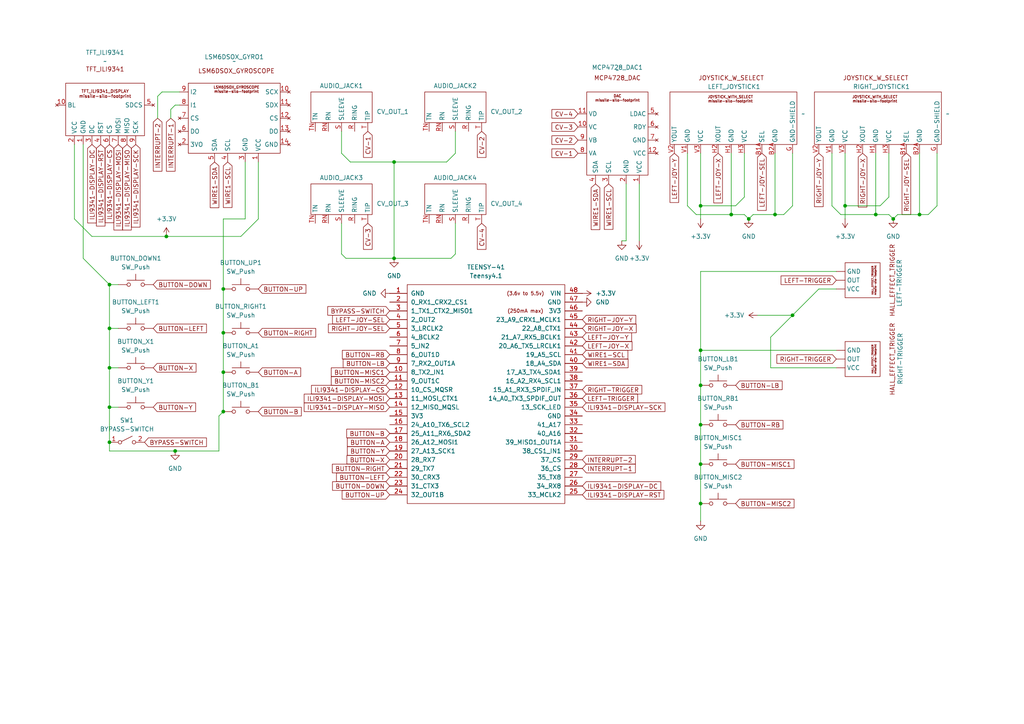
<source format=kicad_sch>
(kicad_sch (version 20250114) (generator "eeschema") (generator_version "9.0")
  (paper "A4")
  (title_block (title "PRODUCT DESIGN MIDI HANDHELD") (rev "2025-11-06") (comment 1 "missile-silo"))
  (lib_symbols
    (symbol "HALL_EFFECT_TRIGGER_1"
      (property "Reference" "U" (at 0 0 0))
      (symbol "HALL_EFFECT_TRIGGER_1_0_1"
        (rectangle (start -5.08 -1.27) (end 5.08 -11.43))
      )
      (symbol "HALL_EFFECT_TRIGGER_1_1_1"
        (text "HALL_EFFECT_TRIGGER" (at 0 2.286 0) (effects (font (size 1.27 1.27))))
        (text "HALL_EFFECT_TRIGGER\nmissile-silo-footprint" (at 0 -3.048 0) (effects (font (size 0.508 0.508))))
        (pin input line (at -2.54 -13.97 90) (length 2.54) (name "GND") (number ""))
        (pin output line (at 0 -13.97 90) (length 2.54) (name "OUT") (number ""))
        (pin input line (at 2.54 -13.97 90) (length 2.54) (name "VCC") (number ""))
      )
    )
    (symbol "Switch:SW_Push" (pin_numbers (hide yes)) (pin_names (offset 1.016) (hide yes))
      (property "Reference" "SW" (at 1.27 2.54 0))
      (property "Value" "SW_Push" (at 0 -1.524 0))
      (symbol "SW_Push_0_1"
        (circle (center -2.032 0) (radius 0.508))
        (polyline (pts (xy 0 1.27) (xy 0 3.048)))
        (circle (center 2.032 0) (radius 0.508))
        (polyline (pts (xy 2.54 1.27) (xy -2.54 1.27)))
        (pin passive line (at -5.08 0 0) (length 2.54) (name "1") (number "1"))
        (pin passive line (at 5.08 0 180) (length 2.54) (name "2") (number "2"))
      )
    )
    (symbol "Switch:SW_SPST" (pin_names (offset 0) (hide yes))
      (property "Reference" "SW" (at 0 3.175 0))
      (property "Value" "SW_SPST" (at 0 -2.54 0))
      (symbol "SW_SPST_0_0"
        (circle (center -2.032 0) (radius 0.508))
        (polyline (pts (xy -1.524 0.254) (xy 1.524 1.778)))
        (circle (center 2.032 0) (radius 0.508))
      )
      (symbol "SW_SPST_1_1"
        (pin passive line (at -5.08 0 0) (length 2.54) (name "A") (number "1"))
        (pin passive line (at 5.08 0 180) (length 2.54) (name "B") (number "2"))
      )
    )
    (symbol "missile-silo-parts:AUDIO_JACK"
      (property "Reference" "AUDIO_JACK" (at 0 0 0))
      (symbol "AUDIO_JACK_0_1"
        (rectangle (start -8.89 -1.27) (end 8.89 -10.16))
      )
      (symbol "AUDIO_JACK_1_1"
        (pin bidirectional line (at -7.62 -12.7 90) (length 2.54) (name "TN") (number "TN"))
        (pin bidirectional line (at -3.81 -12.7 90) (length 2.54) (name "RN") (number "RN"))
        (pin bidirectional line (at 0 -12.7 90) (length 2.54) (name "SLEEVE") (number "S"))
        (pin bidirectional line (at 3.81 -12.7 90) (length 2.54) (name "RING") (number "R"))
        (pin bidirectional line (at 7.62 -12.7 90) (length 2.54) (name "TIP") (number "T"))
      )
    )
    (symbol "missile-silo-parts:HALL_EFFECT_TRIGGER"
      (property "Reference" "U" (at 0 0 0))
      (symbol "HALL_EFFECT_TRIGGER_0_1"
        (rectangle (start -5.08 -1.27) (end 5.08 -11.43))
      )
      (symbol "HALL_EFFECT_TRIGGER_1_1"
        (text "HALL_EFFECT_TRIGGER" (at 0 2.286 0) (effects (font (size 1.27 1.27))))
        (text "HALL_EFFECT_TRIGGER\nmissile-silo-footprint" (at 0 -3.048 0) (effects (font (size 0.508 0.508))))
        (pin input line (at -2.54 -13.97 90) (length 2.54) (name "GND") (number ""))
        (pin output line (at 0 -13.97 90) (length 2.54) (name "OUT") (number ""))
        (pin input line (at 2.54 -13.97 90) (length 2.54) (name "VCC") (number ""))
      )
    )
    (symbol "missile-silo-parts:LSM6DSOX_GYROSCOPE"
      (property "Reference" "U" (at 0 0 0))
      (symbol "LSM6DSOX_GYROSCOPE_0_1"
        (rectangle (start -13.97 -1.27) (end 12.7 -21.59))
      )
      (symbol "LSM6DSOX_GYROSCOPE_1_1"
        (text "LSM6DSOX_GYROSCOPE" (at 0 2.286 0) (effects (font (size 1.27 1.27))))
        (text "LSM6DSOX_GYROSCOPE\nmissile-silo-footprint" (at 0 -3.048 0) (effects (font (size 0.762 0.762))))
        (pin bidirectional line (at -16.51 -3.81 0) (length 2.54) (name "I2") (number "9"))
        (pin bidirectional line (at -16.51 -7.62 0) (length 2.54) (name "I1") (number "8"))
        (pin no_connect line (at -16.51 -11.43 0) (length 2.54) (name "CS") (number "7"))
        (pin no_connect line (at -16.51 -15.24 0) (length 2.54) (name "DO") (number "6"))
        (pin no_connect line (at -16.51 -19.05 0) (length 2.54) (name "3VO") (number "2"))
        (pin output line (at -6.35 -24.13 90) (length 2.54) (name "SDA") (number "5"))
        (pin output line (at -2.54 -24.13 90) (length 2.54) (name "SCL") (number "4"))
        (pin input line (at 2.54 -24.13 90) (length 2.54) (name "GND") (number "3"))
        (pin input line (at 6.35 -24.13 90) (length 2.54) (name "VCC") (number "1"))
        (pin no_connect line (at 15.24 -3.81 180) (length 2.54) (name "SCX") (number "10"))
        (pin no_connect line (at 15.24 -7.62 180) (length 2.54) (name "SDX") (number "11"))
        (pin no_connect line (at 15.24 -11.43 180) (length 2.54) (name "CS") (number "12"))
        (pin no_connect line (at 15.24 -15.24 180) (length 2.54) (name "DO") (number "13"))
        (pin no_connect line (at 15.24 -19.05 180) (length 2.54) (name "GND") (number "14"))
      )
    )
    (symbol "missile-silo-parts:MCP4728_DAC"
      (property "Reference" "U" (at 0 0 0))
      (symbol "MCP4728_DAC_0_1"
        (rectangle (start -8.89 -1.27) (end 8.89 -25.4))
      )
      (symbol "MCP4728_DAC_1_1"
        (text "MCP4728_DAC" (at 0 2.794 0) (effects (font (size 1.27 1.27))))
        (text "DAC\nmissile-silo-footprint" (at 0 -3.048 0) (effects (font (size 0.762 0.762))))
        (pin output line (at -11.43 -7.62 0) (length 2.54) (name "VD") (number "11"))
        (pin output line (at -11.43 -11.43 0) (length 2.54) (name "VC") (number "10"))
        (pin output line (at -11.43 -15.24 0) (length 2.54) (name "VB") (number "9"))
        (pin output line (at -11.43 -19.05 0) (length 2.54) (name "VA") (number "8"))
        (pin output line (at -6.35 -27.94 90) (length 2.54) (name "SDA") (number "4"))
        (pin output line (at -2.54 -27.94 90) (length 2.54) (name "SCL") (number "3"))
        (pin input line (at 2.54 -27.94 90) (length 2.54) (name "GND") (number "2"))
        (pin input line (at 6.35 -27.94 90) (length 2.54) (name "VCC") (number "1"))
        (pin no_connect line (at 11.43 -7.62 180) (length 2.54) (name "LDAC") (number "5"))
        (pin no_connect line (at 11.43 -11.43 180) (length 2.54) (name "RDY") (number "6"))
        (pin no_connect line (at 11.43 -15.24 180) (length 2.54) (name "GND") (number "7"))
        (pin no_connect line (at 11.43 -19.05 180) (length 2.54) (name "VCC") (number "12"))
      )
    )
    (symbol "missile-silo-parts:PS4_JOYSTICK_WITH_SELECT"
      (property "Reference" "U" (at 0 0 0))
      (symbol "PS4_JOYSTICK_WITH_SELECT_0_1"
        (rectangle (start -17.78 -1.27) (end 19.05 -16.51))
      )
      (symbol "PS4_JOYSTICK_WITH_SELECT_1_1"
        (text "JOYSTICK_WITH_SELECT\nmissile-silo-footprint\n" (at -0.254 -3.302 0) (effects (font (size 0.762 0.762))))
        (text "JOYSTICK_W_SELECT" (at 0 2.794 0) (effects (font (size 1.27 1.27))))
        (pin output line (at -16.51 -19.05 90) (length 2.54) (name "YOUT") (number "V2"))
        (pin input line (at -12.7 -19.05 90) (length 2.54) (name "GND") (number "V1"))
        (pin input line (at -8.89 -19.05 90) (length 2.54) (name "VCC") (number "V3"))
        (pin output line (at -3.81 -19.05 90) (length 2.54) (name "XOUT") (number "H2"))
        (pin input line (at 0 -19.05 90) (length 2.54) (name "GND") (number "H1"))
        (pin input line (at 3.81 -19.05 90) (length 2.54) (name "VCC") (number "H3"))
        (pin output line (at 8.89 -19.05 90) (length 2.54) (name "SEL") (number "B1A"))
        (pin input line (at 12.7 -19.05 90) (length 2.54) (name "GND") (number "B2A"))
        (pin input line (at 17.78 -19.05 90) (length 2.54) (name "GND-SHIELD") (number "G"))
      )
    )
    (symbol "missile-silo-parts:TFT_ILI9341_DISPLAY"
      (property "Reference" "U" (at 0 0 0))
      (symbol "TFT_ILI9341_DISPLAY_0_1"
        (rectangle (start -11.43 -1.27) (end 11.43 -16.51))
      )
      (symbol "TFT_ILI9341_DISPLAY_1_1"
        (text "TFT_ILI9341" (at 0 2.794 0) (effects (font (size 1.27 1.27))))
        (text "TFT_ILI9341_DISPLAY\nmissile-silo-footprint\n" (at 0 -4.318 0) (effects (font (size 0.889 0.889))))
        (pin no_connect line (at -13.97 -7.62 0) (length 2.54) (name "BL") (number "10"))
        (pin input line (at -8.89 -19.05 90) (length 2.54) (name "VCC") (number "2"))
        (pin input line (at -6.35 -19.05 90) (length 2.54) (name "GND") (number "1"))
        (pin output line (at -3.81 -19.05 90) (length 2.54) (name "DC") (number "3"))
        (pin output line (at -1.27 -19.05 90) (length 2.54) (name "RST") (number "4"))
        (pin output line (at 1.27 -19.05 90) (length 2.54) (name "CS") (number "6"))
        (pin output line (at 3.81 -19.05 90) (length 2.54) (name "MOSI") (number "7"))
        (pin output line (at 6.35 -19.05 90) (length 2.54) (name "MISO") (number "8"))
        (pin output line (at 8.89 -19.05 90) (length 2.54) (name "SCK") (number "9"))
        (pin no_connect line (at 13.97 -7.62 180) (length 2.54) (name "SDCS") (number "5"))
      )
    )
    (symbol "power:+3.3V" (power) (pin_numbers (hide yes)) (pin_names (offset 0) (hide yes))
      (property "Value" "+3.3V" (at 0 3.556 0))
      (symbol "+3.3V_0_1"
        (polyline (pts (xy -0.762 1.27) (xy 0 2.54)))
        (polyline (pts (xy 0 2.54) (xy 0.762 1.27)))
        (polyline (pts (xy 0 0) (xy 0 2.54)))
      )
      (symbol "+3.3V_1_1"
        (pin power_in line (at 0 0 90) (length 0) (name "~") (number "1"))
      )
    )
    (symbol "power:GND" (power) (pin_numbers (hide yes)) (pin_names (offset 0) (hide yes))
      (property "Value" "GND" (at 0 -3.81 0))
      (symbol "GND_0_1"
        (polyline (pts (xy 0 0) (xy 0 -1.27) (xy 1.27 -1.27) (xy 0 -2.54) (xy -1.27 -1.27) (xy 0 -1.27)))
      )
      (symbol "GND_1_1"
        (pin power_in line (at 0 0 270) (length 0) (name "~") (number "1"))
      )
    )
    (symbol "teensy:Teensy4.1" (pin_names (offset 1.016))
      (property "Reference" "U" (at 0 61.722 0))
      (property "Value" "Teensy4.1" (at 0 59.182 0))
      (symbol "Teensy4.1_0_0"
        (text "(3.6v to 5.5v)" (at 11.43 54.61 0) (effects (font (size 1.016 1.016))))
        (text "(250mA max)" (at 11.43 49.53 0) (effects (font (size 1.016 1.016))))
        (pin bidirectional line (at -27.94 44.45 0) (length 5.08) (name "3_LRCLK2") (number "5"))
        (pin bidirectional line (at -27.94 41.91 0) (length 5.08) (name "4_BCLK2") (number "6"))
        (pin bidirectional line (at -27.94 39.37 0) (length 5.08) (name "5_IN2") (number "7"))
        (pin bidirectional line (at -27.94 36.83 0) (length 5.08) (name "6_OUT1D") (number "8"))
        (pin bidirectional line (at -27.94 34.29 0) (length 5.08) (name "7_RX2_OUT1A") (number "9"))
        (pin bidirectional line (at -27.94 31.75 0) (length 5.08) (name "8_TX2_IN1") (number "10"))
        (pin bidirectional line (at -27.94 29.21 0) (length 5.08) (name "9_OUT1C") (number "11"))
        (pin bidirectional line (at -27.94 26.67 0) (length 5.08) (name "10_CS_MQSR") (number "12"))
        (pin bidirectional line (at -27.94 24.13 0) (length 5.08) (name "11_MOSI_CTX1") (number "13"))
        (pin bidirectional line (at -27.94 21.59 0) (length 5.08) (name "12_MISO_MQSL") (number "14"))
        (pin power_in line (at -27.94 19.05 0) (length 5.08) (name "3V3") (number "15"))
        (pin bidirectional line (at -27.94 16.51 0) (length 5.08) (name "24_A10_TX6_SCL2") (number "16"))
        (pin bidirectional line (at -27.94 13.97 0) (length 5.08) (name "25_A11_RX6_SDA2") (number "17"))
        (pin bidirectional line (at -27.94 11.43 0) (length 5.08) (name "26_A12_MOSI1") (number "18"))
        (pin bidirectional line (at -27.94 8.89 0) (length 5.08) (name "27_A13_SCK1") (number "19"))
        (pin bidirectional line (at -27.94 6.35 0) (length 5.08) (name "28_RX7") (number "20"))
        (pin bidirectional line (at -27.94 3.81 0) (length 5.08) (name "29_TX7") (number "21"))
        (pin bidirectional line (at -27.94 1.27 0) (length 5.08) (name "30_CRX3") (number "22"))
        (pin bidirectional line (at -27.94 -1.27 0) (length 5.08) (name "31_CTX3") (number "23"))
        (pin bidirectional line (at -27.94 -3.81 0) (length 5.08) (name "32_OUT1B") (number "24"))
        (pin power_in line (at 27.94 54.61 180) (length 5.08) (name "VIN") (number "48"))
        (pin output line (at 27.94 52.07 180) (length 5.08) (name "GND") (number "47"))
        (pin output line (at 27.94 49.53 180) (length 5.08) (name "3V3") (number "46"))
        (pin bidirectional line (at 27.94 46.99 180) (length 5.08) (name "23_A9_CRX1_MCLK1") (number "45"))
        (pin bidirectional line (at 27.94 44.45 180) (length 5.08) (name "22_A8_CTX1") (number "44"))
        (pin bidirectional line (at 27.94 41.91 180) (length 5.08) (name "21_A7_RX5_BCLK1") (number "43"))
        (pin bidirectional line (at 27.94 39.37 180) (length 5.08) (name "20_A6_TX5_LRCLK1") (number "42"))
        (pin bidirectional line (at 27.94 36.83 180) (length 5.08) (name "19_A5_SCL") (number "41"))
        (pin bidirectional line (at 27.94 34.29 180) (length 5.08) (name "18_A4_SDA") (number "40"))
        (pin bidirectional line (at 27.94 31.75 180) (length 5.08) (name "17_A3_TX4_SDA1") (number "39"))
        (pin bidirectional line (at 27.94 29.21 180) (length 5.08) (name "16_A2_RX4_SCL1") (number "38"))
        (pin bidirectional line (at 27.94 26.67 180) (length 5.08) (name "15_A1_RX3_SPDIF_IN") (number "37"))
        (pin bidirectional line (at 27.94 24.13 180) (length 5.08) (name "14_A0_TX3_SPDIF_OUT") (number "36"))
        (pin bidirectional line (at 27.94 21.59 180) (length 5.08) (name "13_SCK_LED") (number "35"))
        (pin bidirectional line (at 27.94 16.51 180) (length 5.08) (name "41_A17") (number "33"))
        (pin bidirectional line (at 27.94 13.97 180) (length 5.08) (name "40_A16") (number "32"))
        (pin bidirectional line (at 27.94 11.43 180) (length 5.08) (name "39_MISO1_OUT1A") (number "31"))
        (pin bidirectional line (at 27.94 8.89 180) (length 5.08) (name "38_CS1_IN1") (number "30"))
        (pin bidirectional line (at 27.94 6.35 180) (length 5.08) (name "37_CS") (number "29"))
        (pin bidirectional line (at 27.94 3.81 180) (length 5.08) (name "36_CS") (number "28"))
        (pin bidirectional line (at 27.94 1.27 180) (length 5.08) (name "35_TX8") (number "27"))
        (pin bidirectional line (at 27.94 -1.27 180) (length 5.08) (name "34_RX8") (number "26"))
        (pin bidirectional line (at 27.94 -3.81 180) (length 5.08) (name "33_MCLK2") (number "25"))
      )
      (symbol "Teensy4.1_0_1"
        (rectangle (start -22.86 57.15) (end 22.86 -6.35))
        (rectangle (start -20.32 -1.27) (end -20.32 -1.27))
      )
      (symbol "Teensy4.1_1_1"
        (pin power_in line (at -27.94 54.61 0) (length 5.08) (name "GND") (number "1"))
        (pin bidirectional line (at -27.94 52.07 0) (length 5.08) (name "0_RX1_CRX2_CS1") (number "2"))
        (pin bidirectional line (at -27.94 49.53 0) (length 5.08) (name "1_TX1_CTX2_MISO1") (number "3"))
        (pin bidirectional line (at -27.94 46.99 0) (length 5.08) (name "2_OUT2") (number "4"))
        (pin power_in line (at 27.94 19.05 180) (length 5.08) (name "GND") (number "34"))
      )
    )
  )
  (junction (at 64.77 107.95))
  (junction (at 212.09 62.23))
  (junction (at 64.77 119.38))
  (junction (at 31.75 128.27))
  (junction (at 203.2 123.19))
  (junction (at 266.7 62.23))
  (junction (at 31.75 95.25))
  (junction (at 203.2 134.62))
  (junction (at 259.08 63.5))
  (junction (at 31.75 106.68))
  (junction (at 203.2 146.05))
  (junction (at 217.17 63.5))
  (junction (at 50.8 130.81))
  (junction (at 254 62.23))
  (junction (at 203.2 101.6))
  (junction (at 224.79 62.23))
  (junction (at 229.87 91.44))
  (junction (at 114.3 46.99))
  (junction (at 203.2 111.76))
  (junction (at 31.75 118.11))
  (junction (at 245.11 59.69))
  (junction (at 64.77 83.82))
  (junction (at 64.77 96.52))
  (junction (at 48.26 68.58))
  (junction (at 114.3 74.93))
  (junction (at 203.2 59.69))
  (junction (at 31.75 82.55))
  (wire (pts (xy 257.81 57.15) (xy 255.27 59.69)))
  (wire (pts (xy 99.06 64.77) (xy 99.06 73.66)))
  (wire (pts (xy 229.87 59.69) (xy 227.33 62.23)))
  (wire (pts (xy 63.5 120.65) (xy 64.77 119.38)))
  (wire (pts (xy 227.33 62.23) (xy 224.79 62.23)))
  (wire (pts (xy 257.81 62.23) (xy 259.08 63.5)))
  (wire (pts (xy 243.84 62.23) (xy 254 62.23)))
  (wire (pts (xy 64.77 63.5) (xy 71.12 63.5)))
  (wire (pts (xy 269.24 62.23) (xy 266.7 62.23)))
  (wire (pts (xy 260.35 62.23) (xy 259.08 63.5)))
  (wire (pts (xy 203.2 78.74) (xy 203.2 101.6)))
  (wire (pts (xy 31.75 128.27) (xy 31.75 130.81)))
  (wire (pts (xy 114.3 46.99) (xy 114.3 74.93)))
  (wire (pts (xy 199.39 59.69) (xy 201.93 62.23)))
  (wire (pts (xy 74.93 46.99) (xy 74.93 63.5)))
  (wire (pts (xy 199.39 44.45) (xy 199.39 59.69)))
  (wire (pts (xy 203.2 146.05) (xy 203.2 151.13)))
  (wire (pts (xy 203.2 78.74) (xy 242.57 78.74)))
  (wire (pts (xy 271.78 59.69) (xy 269.24 62.23)))
  (wire (pts (xy 223.52 106.68) (xy 223.52 97.79)))
  (wire (pts (xy 242.57 83.82) (xy 237.49 83.82)))
  (wire (pts (xy 271.78 44.45) (xy 271.78 59.69)))
  (wire (pts (xy 26.67 68.58) (xy 21.59 63.5)))
  (wire (pts (xy 132.08 73.66) (xy 130.81 74.93)))
  (wire (pts (xy 229.87 44.45) (xy 229.87 59.69)))
  (wire (pts (xy 257.81 44.45) (xy 257.81 57.15)))
  (wire (pts (xy 223.52 106.68) (xy 242.57 106.68)))
  (wire (pts (xy 114.3 74.93) (xy 130.81 74.93)))
  (wire (pts (xy 64.77 96.52) (xy 64.77 107.95)))
  (wire (pts (xy 218.44 62.23) (xy 217.17 63.5)))
  (wire (pts (xy 245.11 59.69) (xy 255.27 59.69)))
  (wire (pts (xy 63.5 130.81) (xy 50.8 130.81)))
  (wire (pts (xy 254 44.45) (xy 254 62.23)))
  (wire (pts (xy 99.06 44.45) (xy 101.6 46.99)))
  (wire (pts (xy 31.75 106.68) (xy 34.29 106.68)))
  (wire (pts (xy 101.6 46.99) (xy 114.3 46.99)))
  (wire (pts (xy 181.61 53.34) (xy 181.61 69.85)))
  (wire (pts (xy 46.99 26.67) (xy 45.72 27.94)))
  (wire (pts (xy 132.08 44.45) (xy 129.54 46.99)))
  (wire (pts (xy 71.12 46.99) (xy 71.12 63.5)))
  (wire (pts (xy 215.9 44.45) (xy 215.9 57.15)))
  (wire (pts (xy 241.3 44.45) (xy 241.3 59.69)))
  (wire (pts (xy 31.75 82.55) (xy 34.29 82.55)))
  (wire (pts (xy 64.77 83.82) (xy 64.77 96.52)))
  (wire (pts (xy 49.53 31.75) (xy 49.53 34.29)))
  (wire (pts (xy 266.7 44.45) (xy 266.7 62.23)))
  (wire (pts (xy 215.9 62.23) (xy 217.17 63.5)))
  (wire (pts (xy 203.2 134.62) (xy 203.2 146.05)))
  (wire (pts (xy 203.2 44.45) (xy 203.2 59.69)))
  (wire (pts (xy 132.08 64.77) (xy 132.08 73.66)))
  (wire (pts (xy 203.2 59.69) (xy 203.2 63.5)))
  (wire (pts (xy 215.9 57.15) (xy 213.36 59.69)))
  (wire (pts (xy 203.2 101.6) (xy 242.57 101.6)))
  (wire (pts (xy 241.3 59.69) (xy 243.84 62.23)))
  (wire (pts (xy 100.33 74.93) (xy 114.3 74.93)))
  (wire (pts (xy 224.79 44.45) (xy 224.79 62.23)))
  (wire (pts (xy 45.72 27.94) (xy 45.72 34.29)))
  (wire (pts (xy 64.77 63.5) (xy 64.77 83.82)))
  (wire (pts (xy 114.3 46.99) (xy 129.54 46.99)))
  (wire (pts (xy 237.49 83.82) (xy 229.87 91.44)))
  (wire (pts (xy 132.08 38.1) (xy 132.08 44.45)))
  (wire (pts (xy 203.2 101.6) (xy 203.2 111.76)))
  (wire (pts (xy 245.11 59.69) (xy 245.11 63.5)))
  (wire (pts (xy 223.52 97.79) (xy 229.87 91.44)))
  (wire (pts (xy 224.79 62.23) (xy 218.44 62.23)))
  (wire (pts (xy 181.61 69.85) (xy 180.34 69.85)))
  (wire (pts (xy 31.75 106.68) (xy 31.75 118.11)))
  (wire (pts (xy 64.77 107.95) (xy 64.77 119.38)))
  (wire (pts (xy 201.93 62.23) (xy 212.09 62.23)))
  (wire (pts (xy 254 62.23) (xy 257.81 62.23)))
  (wire (pts (xy 50.8 30.48) (xy 49.53 31.75)))
  (wire (pts (xy 24.13 41.91) (xy 24.13 74.93)))
  (wire (pts (xy 52.07 26.67) (xy 46.99 26.67)))
  (wire (pts (xy 31.75 95.25) (xy 31.75 106.68)))
  (wire (pts (xy 21.59 41.91) (xy 21.59 63.5)))
  (wire (pts (xy 31.75 130.81) (xy 50.8 130.81)))
  (wire (pts (xy 212.09 62.23) (xy 215.9 62.23)))
  (wire (pts (xy 24.13 74.93) (xy 31.75 82.55)))
  (wire (pts (xy 48.26 68.58) (xy 26.67 68.58)))
  (wire (pts (xy 74.93 63.5) (xy 69.85 68.58)))
  (wire (pts (xy 63.5 130.81) (xy 63.5 120.65)))
  (wire (pts (xy 99.06 38.1) (xy 99.06 44.45)))
  (wire (pts (xy 245.11 44.45) (xy 245.11 59.69)))
  (wire (pts (xy 99.06 73.66) (xy 100.33 74.93)))
  (wire (pts (xy 185.42 53.34) (xy 185.42 69.85)))
  (wire (pts (xy 266.7 62.23) (xy 260.35 62.23)))
  (wire (pts (xy 203.2 111.76) (xy 203.2 123.19)))
  (wire (pts (xy 31.75 118.11) (xy 31.75 128.27)))
  (wire (pts (xy 31.75 95.25) (xy 34.29 95.25)))
  (wire (pts (xy 52.07 30.48) (xy 50.8 30.48)))
  (wire (pts (xy 212.09 44.45) (xy 212.09 62.23)))
  (wire (pts (xy 31.75 118.11) (xy 34.29 118.11)))
  (wire (pts (xy 48.26 68.58) (xy 69.85 68.58)))
  (wire (pts (xy 203.2 123.19) (xy 203.2 134.62)))
  (wire (pts (xy 219.71 91.44) (xy 229.87 91.44)))
  (wire (pts (xy 31.75 82.55) (xy 31.75 95.25)))
  (wire (pts (xy 203.2 59.69) (xy 213.36 59.69)))
  (global_label "WIRE1-SDA" (shape input) (at 168.91 105.41 0) (property "Intersheetrefs" "${INTERSHEET_REFS}" (effects (hide yes))))
  (global_label "RIGHT-TRIGGER" (shape input) (at 168.91 113.03 0) (property "Intersheetrefs" "${INTERSHEET_REFS}" (effects (hide yes))))
  (global_label "BUTTON-A" (shape input) (at 74.93 107.95 0) (property "Intersheetrefs" "${INTERSHEET_REFS}" (effects (hide yes))))
  (global_label "BUTTON-A" (shape input) (at 113.03 128.27 180) (property "Intersheetrefs" "${INTERSHEET_REFS}" (effects (hide yes))))
  (global_label "BUTTON-B" (shape input) (at 113.03 125.73 180) (property "Intersheetrefs" "${INTERSHEET_REFS}" (effects (hide yes))))
  (global_label "ILI9341-DISPLAY-CS" (shape input) (at 113.03 113.03 180) (property "Intersheetrefs" "${INTERSHEET_REFS}" (effects (hide yes))))
  (global_label "LEFT-JOY-Y" (shape input) (at 168.91 97.79 0) (property "Intersheetrefs" "${INTERSHEET_REFS}" (effects (hide yes))))
  (global_label "ILI9341-DISPLAY-SCK" (shape input) (at 168.91 118.11 0) (property "Intersheetrefs" "${INTERSHEET_REFS}" (effects (hide yes))))
  (global_label "BUTTON-MISC2" (shape input) (at 213.36 146.05 0) (property "Intersheetrefs" "${INTERSHEET_REFS}" (effects (hide yes))))
  (global_label "BUTTON-DOWN" (shape input) (at 44.45 82.55 0) (property "Intersheetrefs" "${INTERSHEET_REFS}" (effects (hide yes))))
  (global_label "INTERRUPT-2" (shape input) (at 168.91 133.35 0) (property "Intersheetrefs" "${INTERSHEET_REFS}" (effects (hide yes))))
  (global_label "BUTTON-LEFT" (shape input) (at 113.03 138.43 180) (property "Intersheetrefs" "${INTERSHEET_REFS}" (effects (hide yes))))
  (global_label "BUTTON-UP" (shape input) (at 113.03 143.51 180) (property "Intersheetrefs" "${INTERSHEET_REFS}" (effects (hide yes))))
  (global_label "RIGHT-TRIGGER" (shape input) (at 242.57 104.14 180) (property "Intersheetrefs" "${INTERSHEET_REFS}" (effects (hide yes))))
  (global_label "LEFT-JOY-X" (shape input) (at 168.91 100.33 0) (property "Intersheetrefs" "${INTERSHEET_REFS}" (effects (hide yes))))
  (global_label "RIGHT-JOY-X" (shape input) (at 250.19 44.45 270) (property "Intersheetrefs" "${INTERSHEET_REFS}" (effects (hide yes))))
  (global_label "BUTTON-LEFT" (shape input) (at 44.45 95.25 0) (property "Intersheetrefs" "${INTERSHEET_REFS}" (effects (hide yes))))
  (global_label "BUTTON-Y" (shape input) (at 44.45 118.11 0) (property "Intersheetrefs" "${INTERSHEET_REFS}" (effects (hide yes))))
  (global_label "BUTTON-RB" (shape input) (at 113.03 102.87 180) (property "Intersheetrefs" "${INTERSHEET_REFS}" (effects (hide yes))))
  (global_label "LEFT-TRIGGER" (shape input) (at 168.91 115.57 0) (property "Intersheetrefs" "${INTERSHEET_REFS}" (effects (hide yes))))
  (global_label "BUTTON-MISC1" (shape input) (at 213.36 134.62 0) (property "Intersheetrefs" "${INTERSHEET_REFS}" (effects (hide yes))))
  (global_label "CV-3" (shape input) (at 106.68 64.77 270) (property "Intersheetrefs" "${INTERSHEET_REFS}" (effects (hide yes))))
  (global_label "CV-4" (shape input) (at 139.7 64.77 270) (property "Intersheetrefs" "${INTERSHEET_REFS}" (effects (hide yes))))
  (global_label "ILI9341-DISPLAY-MISO" (shape input) (at 36.83 41.91 270) (property "Intersheetrefs" "${INTERSHEET_REFS}" (effects (hide yes))))
  (global_label "BUTTON-RIGHT" (shape input) (at 74.93 96.52 0) (property "Intersheetrefs" "${INTERSHEET_REFS}" (effects (hide yes))))
  (global_label "ILI9341-DISPLAY-RST" (shape input) (at 29.21 41.91 270) (property "Intersheetrefs" "${INTERSHEET_REFS}" (effects (hide yes))))
  (global_label "RIGHT-JOY-X" (shape input) (at 168.91 95.25 0) (property "Intersheetrefs" "${INTERSHEET_REFS}" (effects (hide yes))))
  (global_label "INTERRUPT-2" (shape input) (at 45.72 34.29 270) (property "Intersheetrefs" "${INTERSHEET_REFS}" (effects (hide yes))))
  (global_label "BUTTON-X" (shape input) (at 44.45 106.68 0) (property "Intersheetrefs" "${INTERSHEET_REFS}" (effects (hide yes))))
  (global_label "WIRE1-SCL" (shape input) (at 176.53 53.34 270) (property "Intersheetrefs" "${INTERSHEET_REFS}" (effects (hide yes))))
  (global_label "LEFT-JOY-SEL" (shape input) (at 113.03 92.71 180) (property "Intersheetrefs" "${INTERSHEET_REFS}" (effects (hide yes))))
  (global_label "CV-1" (shape input) (at 106.68 38.1 270) (property "Intersheetrefs" "${INTERSHEET_REFS}" (effects (hide yes))))
  (global_label "BUTTON-RB" (shape input) (at 213.36 123.19 0) (property "Intersheetrefs" "${INTERSHEET_REFS}" (effects (hide yes))))
  (global_label "CV-4" (shape input) (at 167.64 33.02 180) (property "Intersheetrefs" "${INTERSHEET_REFS}" (effects (hide yes))))
  (global_label "BUTTON-Y" (shape input) (at 113.03 130.81 180) (property "Intersheetrefs" "${INTERSHEET_REFS}" (effects (hide yes))))
  (global_label "BUTTON-MISC1" (shape input) (at 113.03 107.95 180) (property "Intersheetrefs" "${INTERSHEET_REFS}" (effects (hide yes))))
  (global_label "RIGHT-JOY-SEL" (shape input) (at 113.03 95.25 180) (property "Intersheetrefs" "${INTERSHEET_REFS}" (effects (hide yes))))
  (global_label "BUTTON-LB" (shape input) (at 213.36 111.76 0) (property "Intersheetrefs" "${INTERSHEET_REFS}" (effects (hide yes))))
  (global_label "CV-2" (shape input) (at 139.7 38.1 270) (property "Intersheetrefs" "${INTERSHEET_REFS}" (effects (hide yes))))
  (global_label "LEFT-JOY-Y" (shape input) (at 195.58 44.45 270) (property "Intersheetrefs" "${INTERSHEET_REFS}" (effects (hide yes))))
  (global_label "CV-1" (shape input) (at 167.64 44.45 180) (property "Intersheetrefs" "${INTERSHEET_REFS}" (effects (hide yes))))
  (global_label "ILI9341-DISPLAY-MOSI" (shape input) (at 34.29 41.91 270) (property "Intersheetrefs" "${INTERSHEET_REFS}" (effects (hide yes))))
  (global_label "ILI9341-DISPLAY-MOSI" (shape input) (at 113.03 115.57 180) (property "Intersheetrefs" "${INTERSHEET_REFS}" (effects (hide yes))))
  (global_label "BYPASS-SWITCH" (shape input) (at 113.03 90.17 180) (property "Intersheetrefs" "${INTERSHEET_REFS}" (effects (hide yes))))
  (global_label "WIRE1-SCL" (shape input) (at 66.04 46.99 270) (property "Intersheetrefs" "${INTERSHEET_REFS}" (effects (hide yes))))
  (global_label "ILI9341-DISPLAY-CS" (shape input) (at 31.75 41.91 270) (property "Intersheetrefs" "${INTERSHEET_REFS}" (effects (hide yes))))
  (global_label "BUTTON-UP" (shape input) (at 74.93 83.82 0) (property "Intersheetrefs" "${INTERSHEET_REFS}" (effects (hide yes))))
  (global_label "BUTTON-X" (shape input) (at 113.03 133.35 180) (property "Intersheetrefs" "${INTERSHEET_REFS}" (effects (hide yes))))
  (global_label "ILI9341-DISPLAY-DC" (shape input) (at 26.67 41.91 270) (property "Intersheetrefs" "${INTERSHEET_REFS}" (effects (hide yes))))
  (global_label "ILI9341-DISPLAY-RST" (shape input) (at 168.91 143.51 0) (property "Intersheetrefs" "${INTERSHEET_REFS}" (effects (hide yes))))
  (global_label "CV-2" (shape input) (at 167.64 40.64 180) (property "Intersheetrefs" "${INTERSHEET_REFS}" (effects (hide yes))))
  (global_label "LEFT-TRIGGER" (shape input) (at 242.57 81.28 180) (property "Intersheetrefs" "${INTERSHEET_REFS}" (effects (hide yes))))
  (global_label "BYPASS-SWITCH" (shape input) (at 41.91 128.27 0) (property "Intersheetrefs" "${INTERSHEET_REFS}" (effects (hide yes))))
  (global_label "BUTTON-RIGHT" (shape input) (at 113.03 135.89 180) (property "Intersheetrefs" "${INTERSHEET_REFS}" (effects (hide yes))))
  (global_label "RIGHT-JOY-SEL" (shape input) (at 262.89 44.45 270) (property "Intersheetrefs" "${INTERSHEET_REFS}" (effects (hide yes))))
  (global_label "LEFT-JOY-SEL" (shape input) (at 220.98 44.45 270) (property "Intersheetrefs" "${INTERSHEET_REFS}" (effects (hide yes))))
  (global_label "BUTTON-MISC2" (shape input) (at 113.03 110.49 180) (property "Intersheetrefs" "${INTERSHEET_REFS}" (effects (hide yes))))
  (global_label "CV-3" (shape input) (at 167.64 36.83 180) (property "Intersheetrefs" "${INTERSHEET_REFS}" (effects (hide yes))))
  (global_label "WIRE1-SDA" (shape input) (at 62.23 46.99 270) (property "Intersheetrefs" "${INTERSHEET_REFS}" (effects (hide yes))))
  (global_label "WIRE1-SDA" (shape input) (at 172.72 53.34 270) (property "Intersheetrefs" "${INTERSHEET_REFS}" (effects (hide yes))))
  (global_label "BUTTON-DOWN" (shape input) (at 113.03 140.97 180) (property "Intersheetrefs" "${INTERSHEET_REFS}" (effects (hide yes))))
  (global_label "BUTTON-LB" (shape input) (at 113.03 105.41 180) (property "Intersheetrefs" "${INTERSHEET_REFS}" (effects (hide yes))))
  (global_label "WIRE1-SCL" (shape input) (at 168.91 102.87 0) (property "Intersheetrefs" "${INTERSHEET_REFS}" (effects (hide yes))))
  (global_label "RIGHT-JOY-Y" (shape input) (at 237.49 44.45 270) (property "Intersheetrefs" "${INTERSHEET_REFS}" (effects (hide yes))))
  (global_label "ILI9341-DISPLAY-MISO" (shape input) (at 113.03 118.11 180) (property "Intersheetrefs" "${INTERSHEET_REFS}" (effects (hide yes))))
  (global_label "INTERRUPT-1" (shape input) (at 49.53 34.29 270) (property "Intersheetrefs" "${INTERSHEET_REFS}" (effects (hide yes))))
  (global_label "ILI9341-DISPLAY-DC" (shape input) (at 168.91 140.97 0) (property "Intersheetrefs" "${INTERSHEET_REFS}" (effects (hide yes))))
  (global_label "ILI9341-DISPLAY-SCK" (shape input) (at 39.37 41.91 270) (property "Intersheetrefs" "${INTERSHEET_REFS}" (effects (hide yes))))
  (global_label "INTERRUPT-1" (shape input) (at 168.91 135.89 0) (property "Intersheetrefs" "${INTERSHEET_REFS}" (effects (hide yes))))
  (global_label "RIGHT-JOY-Y" (shape input) (at 168.91 92.71 0) (property "Intersheetrefs" "${INTERSHEET_REFS}" (effects (hide yes))))
  (global_label "BUTTON-B" (shape input) (at 74.93 119.38 0) (property "Intersheetrefs" "${INTERSHEET_REFS}" (effects (hide yes))))
  (global_label "LEFT-JOY-X" (shape input) (at 208.28 44.45 270) (property "Intersheetrefs" "${INTERSHEET_REFS}" (effects (hide yes))))
  (symbol (lib_id "missile-silo-parts:MCP4728_DAC") (at 179.07 25.4 0) (unit 1)
    (property "Reference" "MCP4728_DAC1" (at 179.07 19.558 0))
    (property "Value" "~" (at 179.07 20.32 0))
    (property "Footprint" "missile-silo-footprints:MCP4728_DAC" (effects (hide yes)))
  )
  (symbol (lib_id "power:+3.3V") (at 245.11 63.5 180) (unit 1)
    (property "Reference" "#PWR015" (effects (hide yes)))
    (property "Value" "+3.3V" (at 245.11 68.58 0))
    (property "Description" "Power symbol creates a global label with name \"+3.3V\"" (effects (hide yes)))
  )
  (symbol (lib_id "missile-silo-parts:AUDIO_JACK") (at 99.06 25.4 0) (unit 1)
    (property "Reference" "AUDIO_JACK1" (at 92.71 24.892 0) (effects (justify left)))
    (property "Value" "CV_OUT_1" (at 109.22 32.385 0) (effects (justify left)))
    (property "Footprint" "missile-silo-footprints:Audio_Jack" (effects (hide yes)))
  )
  (symbol (lib_id "power:+3.3V") (at 203.2 63.5 180) (unit 1)
    (property "Reference" "#PWR012" (effects (hide yes)))
    (property "Value" "+3.3V" (at 203.2 68.58 0))
    (property "Description" "Power symbol creates a global label with name \"+3.3V\"" (effects (hide yes)))
  )
  (symbol (lib_id "missile-silo-parts:PS4_JOYSTICK_WITH_SELECT") (at 254 25.4 0) (unit 1)
    (property "Reference" "RIGHT_JOYSTICK1" (at 247.396 25.146 0) (effects (justify left)))
    (property "Value" "~" (at 274.32 33.0172 0) (effects (justify left)))
    (property "Footprint" "missile-silo-footprints:PS4_joystick" (effects (hide yes)))
  )
  (symbol (lib_id "Switch:SW_SPST") (at 36.83 128.27 0) (unit 1)
    (property "Reference" "SW1" (at 36.83 121.92 0))
    (property "Value" "BYPASS-SWITCH" (at 36.83 124.46 0))
    (property "Footprint" "Button_Switch_THT:SW_Slide-03_Wuerth-WS-SLTV_10x2.5x6.4_P2.54mm" (effects (hide yes)))
    (property "Description" "Single Pole Single Throw (SPST) switch" (effects (hide yes)))
  )
  (symbol (lib_id "power:GND") (at 114.3 74.93 0) (unit 1)
    (property "Reference" "#PWR02" (effects (hide yes)))
    (property "Value" "GND" (at 114.3 80.01 0))
    (property "Description" "Power symbol creates a global label with name \"GND\" , ground" (effects (hide yes)))
  )
  (symbol (lib_id "Switch:SW_Push") (at 208.28 111.76 0) (unit 1)
    (property "Reference" "BUTTON_LB1" (at 208.28 104.14 0))
    (property "Value" "SW_Push" (at 208.28 106.68 0))
    (property "Footprint" "missile-silo-footprints:KIYOKOS-90Button" (effects (hide yes)))
    (property "Description" "Push button switch, generic, two pins" (effects (hide yes)))
  )
  (symbol (lib_id "missile-silo-parts:AUDIO_JACK") (at 132.08 25.4 0) (unit 1)
    (property "Reference" "AUDIO_JACK2" (at 125.73 24.892 0) (effects (justify left)))
    (property "Value" "CV_OUT_2" (at 142.24 32.385 0) (effects (justify left)))
    (property "Footprint" "missile-silo-footprints:Audio_Jack" (effects (hide yes)))
  )
  (symbol (lib_id "power:GND") (at 168.91 87.63 90) (unit 1)
    (property "Reference" "#PWR04" (effects (hide yes)))
    (property "Value" "GND" (at 172.72 87.6299 90) (effects (justify right)))
    (property "Description" "Power symbol creates a global label with name \"GND\" , ground" (effects (hide yes)))
  )
  (symbol (lib_id "Switch:SW_Push") (at 39.37 106.68 0) (unit 1)
    (property "Reference" "BUTTON_X1" (at 39.37 99.06 0))
    (property "Value" "SW_Push" (at 39.37 101.6 0))
    (property "Footprint" "Button_Switch_THT:SW_PUSH_6mm" (effects (hide yes)))
    (property "Description" "Push button switch, generic, two pins" (effects (hide yes)))
  )
  (symbol (lib_id "Switch:SW_Push") (at 208.28 134.62 0) (unit 1)
    (property "Reference" "BUTTON_MISC1" (at 208.28 127 0))
    (property "Value" "SW_Push" (at 208.28 129.54 0))
    (property "Footprint" "Button_Switch_THT:SW_PUSH_6mm" (effects (hide yes)))
    (property "Description" "Push button switch, generic, two pins" (effects (hide yes)))
  )
  (symbol (lib_id "Switch:SW_Push") (at 208.28 123.19 0) (unit 1)
    (property "Reference" "BUTTON_RB1" (at 208.28 115.57 0))
    (property "Value" "SW_Push" (at 208.28 118.11 0))
    (property "Footprint" "missile-silo-footprints:KIYOKOS-90Button" (effects (hide yes)))
    (property "Description" "Push button switch, generic, two pins" (effects (hide yes)))
  )
  (symbol (lib_id "Switch:SW_Push") (at 69.85 96.52 0) (unit 1)
    (property "Reference" "BUTTON_RIGHT1" (at 69.85 88.9 0))
    (property "Value" "SW_Push" (at 69.85 91.44 0))
    (property "Footprint" "Button_Switch_THT:SW_PUSH_6mm" (effects (hide yes)))
    (property "Description" "Push button switch, generic, two pins" (effects (hide yes)))
  )
  (symbol (lib_id "Switch:SW_Push") (at 69.85 107.95 0) (unit 1)
    (property "Reference" "BUTTON_A1" (at 69.85 100.33 0))
    (property "Value" "SW_Push" (at 69.85 102.87 0))
    (property "Footprint" "Button_Switch_THT:SW_PUSH_6mm" (effects (hide yes)))
    (property "Description" "Push button switch, generic, two pins" (effects (hide yes)))
  )
  (symbol (lib_id "Switch:SW_Push") (at 39.37 118.11 0) (unit 1)
    (property "Reference" "BUTTON_Y1" (at 39.37 110.49 0))
    (property "Value" "SW_Push" (at 39.37 113.03 0))
    (property "Footprint" "Button_Switch_THT:SW_PUSH_6mm" (effects (hide yes)))
    (property "Description" "Push button switch, generic, two pins" (effects (hide yes)))
  )
  (symbol (lib_id "power:GND") (at 180.34 69.85 0) (unit 1)
    (property "Reference" "#PWR014" (effects (hide yes)))
    (property "Value" "GND" (at 180.34 74.93 0))
    (property "Description" "Power symbol creates a global label with name \"GND\" , ground" (effects (hide yes)))
  )
  (symbol (lib_id "missile-silo-parts:AUDIO_JACK") (at 132.08 52.07 0) (unit 1)
    (property "Reference" "AUDIO_JACK4" (at 125.73 51.562 0) (effects (justify left)))
    (property "Value" "CV_OUT_4" (at 142.24 59.055 0) (effects (justify left)))
    (property "Footprint" "missile-silo-footprints:Audio_Jack" (effects (hide yes)))
  )
  (symbol (lib_id "power:GND") (at 203.2 151.13 0) (unit 1)
    (property "Reference" "#PWR07" (effects (hide yes)))
    (property "Value" "GND" (at 203.2 156.21 0))
    (property "Description" "Power symbol creates a global label with name \"GND\" , ground" (effects (hide yes)))
  )
  (symbol (lib_id "Switch:SW_Push") (at 39.37 82.55 0) (unit 1)
    (property "Reference" "BUTTON_DOWN1" (at 39.37 74.93 0))
    (property "Value" "SW_Push" (at 39.37 77.47 0))
    (property "Footprint" "Button_Switch_THT:SW_PUSH_6mm" (effects (hide yes)))
    (property "Description" "Push button switch, generic, two pins" (effects (hide yes)))
  )
  (symbol (lib_id "power:GND") (at 50.8 130.81 0) (unit 1)
    (property "Reference" "#PWR06" (effects (hide yes)))
    (property "Value" "GND" (at 50.8 135.89 0))
    (property "Description" "Power symbol creates a global label with name \"GND\" , ground" (effects (hide yes)))
  )
  (symbol (lib_id "missile-silo-parts:HALL_EFFECT_TRIGGER") (at 256.54 81.28 270) (unit 1)
    (property "Reference" "U7" (effects (hide yes)))
    (property "Value" "LEFT-TRIGGER" (at 260.858 75.184 0) (effects (justify left)))
    (property "Footprint" "Connector_PinHeader_2.54mm:PinHeader_1x03_P2.54mm_Vertical" (effects (hide yes)))
  )
  (symbol (lib_id "missile-silo-parts:PS4_JOYSTICK_WITH_SELECT") (at 212.09 25.4 0) (unit 1)
    (property "Reference" "LEFT_JOYSTICK1" (at 205.232 25.146 0) (effects (justify left)))
    (property "Value" "~" (at 232.41 33.0172 0) (effects (justify left)))
    (property "Footprint" "missile-silo-footprints:PS4_joystick" (effects (hide yes)))
  )
  (symbol (lib_id "Switch:SW_Push") (at 39.37 95.25 0) (unit 1)
    (property "Reference" "BUTTON_LEFT1" (at 39.37 87.63 0))
    (property "Value" "SW_Push" (at 39.37 90.17 0))
    (property "Footprint" "Button_Switch_THT:SW_PUSH_6mm" (effects (hide yes)))
    (property "Description" "Push button switch, generic, two pins" (effects (hide yes)))
  )
  (symbol (lib_id "missile-silo-parts:TFT_ILI9341_DISPLAY") (at 30.48 22.86 0) (unit 1)
    (property "Reference" "TFT_ILI9341" (at 30.48 15.24 0))
    (property "Value" "~" (at 30.48 17.78 0))
    (property "Footprint" "missile-silo-footprints:ILI9341_TFT_DISPLAY" (effects (hide yes)))
  )
  (symbol (lib_id "power:GND") (at 217.17 63.5 0) (unit 1)
    (property "Reference" "#PWR013" (effects (hide yes)))
    (property "Value" "GND" (at 217.17 68.58 0))
    (property "Description" "Power symbol creates a global label with name \"GND\" , ground" (effects (hide yes)))
  )
  (symbol (lib_id "power:+3.3V") (at 48.26 68.58 0) (unit 1)
    (property "Reference" "#PWR011" (effects (hide yes)))
    (property "Value" "+3.3V" (at 48.26 63.5 0))
    (property "Description" "Power symbol creates a global label with name \"+3.3V\"" (effects (hide yes)))
  )
  (symbol (lib_name "HALL_EFFECT_TRIGGER_1") (lib_id "missile-silo-parts:HALL_EFFECT_TRIGGER") (at 256.54 104.14 270) (unit 1)
    (property "Reference" "U8" (effects (hide yes)))
    (property "Value" "RIGHT-TRIGGER" (at 261.112 96.52 0) (effects (justify left)))
    (property "Footprint" "Connector_PinHeader_2.54mm:PinHeader_1x03_P2.54mm_Vertical" (effects (hide yes)))
  )
  (symbol (lib_id "power:+3.3V") (at 219.71 91.44 90) (unit 1)
    (property "Reference" "#PWR08" (effects (hide yes)))
    (property "Value" "+3.3V" (at 215.9 91.4399 90) (effects (justify left)))
    (property "Description" "Power symbol creates a global label with name \"+3.3V\"" (effects (hide yes)))
  )
  (symbol (lib_id "Switch:SW_Push") (at 69.85 83.82 0) (unit 1)
    (property "Reference" "BUTTON_UP1" (at 69.85 76.2 0))
    (property "Value" "SW_Push" (at 69.85 78.74 0))
    (property "Footprint" "Button_Switch_THT:SW_PUSH_6mm" (effects (hide yes)))
    (property "Description" "Push button switch, generic, two pins" (effects (hide yes)))
  )
  (symbol (lib_id "power:GND") (at 259.08 63.5 0) (unit 1)
    (property "Reference" "#PWR016" (effects (hide yes)))
    (property "Value" "GND" (at 259.08 68.58 0))
    (property "Description" "Power symbol creates a global label with name \"GND\" , ground" (effects (hide yes)))
  )
  (symbol (lib_id "missile-silo-parts:AUDIO_JACK") (at 99.06 52.07 0) (unit 1)
    (property "Reference" "AUDIO_JACK3" (at 92.71 51.562 0) (effects (justify left)))
    (property "Value" "CV_OUT_3" (at 109.22 59.055 0) (effects (justify left)))
    (property "Footprint" "missile-silo-footprints:Audio_Jack" (effects (hide yes)))
  )
  (symbol (lib_id "Switch:SW_Push") (at 69.85 119.38 0) (unit 1)
    (property "Reference" "BUTTON_B1" (at 69.85 111.76 0))
    (property "Value" "SW_Push" (at 69.85 114.3 0))
    (property "Footprint" "Button_Switch_THT:SW_PUSH_6mm" (effects (hide yes)))
    (property "Description" "Push button switch, generic, two pins" (effects (hide yes)))
  )
  (symbol (lib_id "teensy:Teensy4.1") (at 140.97 139.7 0) (unit 1)
    (property "Reference" "TEENSY-41" (at 140.97 77.47 0))
    (property "Value" "Teensy4.1" (at 140.97 80.01 0))
    (property "Footprint" "teensy:Teensy41-prod-design" (effects (hide yes)))
  )
  (symbol (lib_id "Switch:SW_Push") (at 208.28 146.05 0) (unit 1)
    (property "Reference" "BUTTON_MISC2" (at 208.28 138.43 0))
    (property "Value" "SW_Push" (at 208.28 140.97 0))
    (property "Footprint" "Button_Switch_THT:SW_PUSH_6mm" (effects (hide yes)))
    (property "Description" "Push button switch, generic, two pins" (effects (hide yes)))
  )
  (symbol (lib_id "missile-silo-parts:LSM6DSOX_GYROSCOPE") (at 68.58 22.86 0) (unit 1)
    (property "Reference" "LSM6DSOX_GYRO1" (at 67.945 16.51 0))
    (property "Value" "~" (at 67.945 17.78 0))
    (property "Footprint" "missile-silo-footprints:LSM6DSOX_GYRO" (effects (hide yes)))
  )
  (symbol (lib_id "power:GND") (at 113.03 85.09 270) (unit 1)
    (property "Reference" "#PWR03" (effects (hide yes)))
    (property "Value" "GND" (at 109.22 85.0899 90) (effects (justify right)))
    (property "Description" "Power symbol creates a global label with name \"GND\" , ground" (effects (hide yes)))
  )
  (symbol (lib_id "power:+3.3V") (at 185.42 69.85 180) (unit 1)
    (property "Reference" "#PWR09" (effects (hide yes)))
    (property "Value" "+3.3V" (at 185.42 74.93 0))
    (property "Description" "Power symbol creates a global label with name \"+3.3V\"" (effects (hide yes)))
  )
  (symbol (lib_id "power:+3.3V") (at 168.91 85.09 270) (unit 1)
    (property "Reference" "#PWR05" (effects (hide yes)))
    (property "Value" "+3.3V" (at 172.72 85.0899 90) (effects (justify left)))
    (property "Description" "Power symbol creates a global label with name \"+3.3V\"" (effects (hide yes)))
  )
)
</source>
